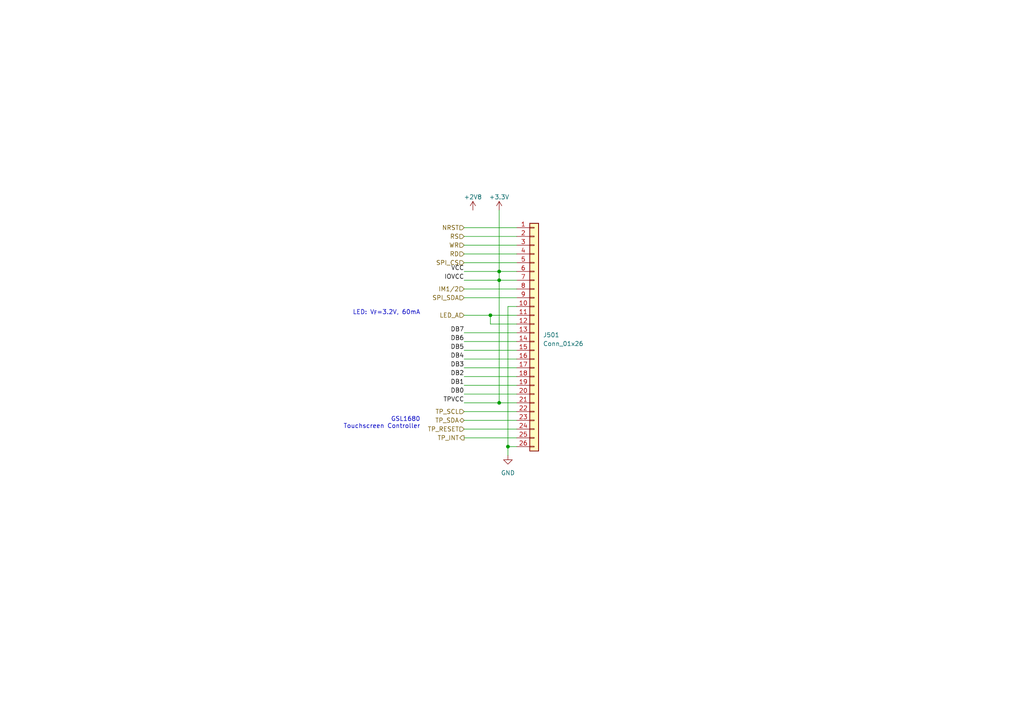
<source format=kicad_sch>
(kicad_sch (version 20230121) (generator eeschema)
  (paper "A4")
  (lib_symbols
    (symbol "Connector_Generic:Conn_01x26" (pin_names (offset 1.016) hide)
      (property "Reference" "J" (at 0 33.02 0))
      (property "Value" "Conn_01x26" (at 0 -35.56 0))
      (symbol "Conn_01x26_1_1"
        (rectangle (start -1.27 -32.893) (end 0 -33.147) (stroke (width 0.1524)))
        (rectangle (start -1.27 -30.353) (end 0 -30.607) (stroke (width 0.1524)))
        (rectangle (start -1.27 -27.813) (end 0 -28.067) (stroke (width 0.1524)))
        (rectangle (start -1.27 -25.273) (end 0 -25.527) (stroke (width 0.1524)))
        (rectangle (start -1.27 -22.733) (end 0 -22.987) (stroke (width 0.1524)))
        (rectangle (start -1.27 -20.193) (end 0 -20.447) (stroke (width 0.1524)))
        (rectangle (start -1.27 -17.653) (end 0 -17.907) (stroke (width 0.1524)))
        (rectangle (start -1.27 -15.113) (end 0 -15.367) (stroke (width 0.1524)))
        (rectangle (start -1.27 -12.573) (end 0 -12.827) (stroke (width 0.1524)))
        (rectangle (start -1.27 -10.033) (end 0 -10.287) (stroke (width 0.1524)))
        (rectangle (start -1.27 -7.493) (end 0 -7.747) (stroke (width 0.1524)))
        (rectangle (start -1.27 -4.953) (end 0 -5.207) (stroke (width 0.1524)))
        (rectangle (start -1.27 -2.413) (end 0 -2.667) (stroke (width 0.1524)))
        (rectangle (start -1.27 0.127) (end 0 -0.127) (stroke (width 0.1524)))
        (rectangle (start -1.27 2.667) (end 0 2.413) (stroke (width 0.1524)))
        (rectangle (start -1.27 5.207) (end 0 4.953) (stroke (width 0.1524)))
        (rectangle (start -1.27 7.747) (end 0 7.493) (stroke (width 0.1524)))
        (rectangle (start -1.27 10.287) (end 0 10.033) (stroke (width 0.1524)))
        (rectangle (start -1.27 12.827) (end 0 12.573) (stroke (width 0.1524)))
        (rectangle (start -1.27 15.367) (end 0 15.113) (stroke (width 0.1524)))
        (rectangle (start -1.27 17.907) (end 0 17.653) (stroke (width 0.1524)))
        (rectangle (start -1.27 20.447) (end 0 20.193) (stroke (width 0.1524)))
        (rectangle (start -1.27 22.987) (end 0 22.733) (stroke (width 0.1524)))
        (rectangle (start -1.27 25.527) (end 0 25.273) (stroke (width 0.1524)))
        (rectangle (start -1.27 28.067) (end 0 27.813) (stroke (width 0.1524)))
        (rectangle (start -1.27 30.607) (end 0 30.353) (stroke (width 0.1524)))
        (rectangle (start -1.27 31.75) (end 1.27 -34.29) (stroke (width 0.254)) (fill (type background)))
        (pin passive line (at -5.08 30.48 0) (length 3.81) (name "Pin_1") (number "1"))
        (pin passive line (at -5.08 7.62 0) (length 3.81) (name "Pin_10") (number "10"))
        (pin passive line (at -5.08 5.08 0) (length 3.81) (name "Pin_11") (number "11"))
        (pin passive line (at -5.08 2.54 0) (length 3.81) (name "Pin_12") (number "12"))
        (pin passive line (at -5.08 0 0) (length 3.81) (name "Pin_13") (number "13"))
        (pin passive line (at -5.08 -2.54 0) (length 3.81) (name "Pin_14") (number "14"))
        (pin passive line (at -5.08 -5.08 0) (length 3.81) (name "Pin_15") (number "15"))
        (pin passive line (at -5.08 -7.62 0) (length 3.81) (name "Pin_16") (number "16"))
        (pin passive line (at -5.08 -10.16 0) (length 3.81) (name "Pin_17") (number "17"))
        (pin passive line (at -5.08 -12.7 0) (length 3.81) (name "Pin_18") (number "18"))
        (pin passive line (at -5.08 -15.24 0) (length 3.81) (name "Pin_19") (number "19"))
        (pin passive line (at -5.08 27.94 0) (length 3.81) (name "Pin_2") (number "2"))
        (pin passive line (at -5.08 -17.78 0) (length 3.81) (name "Pin_20") (number "20"))
        (pin passive line (at -5.08 -20.32 0) (length 3.81) (name "Pin_21") (number "21"))
        (pin passive line (at -5.08 -22.86 0) (length 3.81) (name "Pin_22") (number "22"))
        (pin passive line (at -5.08 -25.4 0) (length 3.81) (name "Pin_23") (number "23"))
        (pin passive line (at -5.08 -27.94 0) (length 3.81) (name "Pin_24") (number "24"))
        (pin passive line (at -5.08 -30.48 0) (length 3.81) (name "Pin_25") (number "25"))
        (pin passive line (at -5.08 -33.02 0) (length 3.81) (name "Pin_26") (number "26"))
        (pin passive line (at -5.08 25.4 0) (length 3.81) (name "Pin_3") (number "3"))
        (pin passive line (at -5.08 22.86 0) (length 3.81) (name "Pin_4") (number "4"))
        (pin passive line (at -5.08 20.32 0) (length 3.81) (name "Pin_5") (number "5"))
        (pin passive line (at -5.08 17.78 0) (length 3.81) (name "Pin_6") (number "6"))
        (pin passive line (at -5.08 15.24 0) (length 3.81) (name "Pin_7") (number "7"))
        (pin passive line (at -5.08 12.7 0) (length 3.81) (name "Pin_8") (number "8"))
        (pin passive line (at -5.08 10.16 0) (length 3.81) (name "Pin_9") (number "9"))
      )
    )
    (symbol "power:+2V8" (power) (pin_names (offset 0))
      (property "Value" "+2V8" (at 0 3.556 0))
      (symbol "+2V8_0_1"
        (polyline (pts (xy -0.762 1.27) (xy 0 2.54)))
        (polyline (pts (xy 0 0) (xy 0 2.54)))
        (polyline (pts (xy 0 2.54) (xy 0.762 1.27)))
      )
      (symbol "+2V8_1_1"
        (pin power_in line (at 0 0 90) (length 0) hide (name "+2V8") (number "1"))
      )
    )
    (symbol "power:+3.3V" (power) (pin_names (offset 0))
      (property "Value" "+3.3V" (at 0 3.556 0))
      (symbol "+3.3V_0_1"
        (polyline (pts (xy -0.762 1.27) (xy 0 2.54)))
        (polyline (pts (xy 0 0) (xy 0 2.54)))
        (polyline (pts (xy 0 2.54) (xy 0.762 1.27)))
      )
      (symbol "+3.3V_1_1"
        (pin power_in line (at 0 0 90) (length 0) hide (name "+3.3V") (number "1"))
      )
    )
    (symbol "power:GND" (power) (pin_names (offset 0))
      (property "Value" "GND" (at 0 -3.81 0))
      (symbol "GND_0_1"
        (polyline (pts (xy 0 0) (xy 0 -1.27) (xy 1.27 -1.27) (xy 0 -2.54) (xy -1.27 -1.27) (xy 0 -1.27)))
      )
      (symbol "GND_1_1"
        (pin power_in line (at 0 0 270) (length 0) hide (name "GND") (number "1"))
      )
    )
  )
  (junction (at 144.78 78.74))
  (junction (at 142.24 91.44))
  (junction (at 144.78 81.28))
  (junction (at 144.78 116.84))
  (junction (at 147.32 129.54))
  (wire (pts (xy 134.62 81.28) (xy 144.78 81.28)))
  (wire (pts (xy 142.24 93.98) (xy 149.86 93.98)))
  (wire (pts (xy 134.62 78.74) (xy 144.78 78.74)))
  (wire (pts (xy 134.62 101.6) (xy 149.86 101.6)))
  (wire (pts (xy 134.62 116.84) (xy 144.78 116.84)))
  (wire (pts (xy 134.62 76.2) (xy 149.86 76.2)))
  (wire (pts (xy 144.78 81.28) (xy 144.78 78.74)))
  (wire (pts (xy 144.78 116.84) (xy 149.86 116.84)))
  (wire (pts (xy 134.62 106.68) (xy 149.86 106.68)))
  (wire (pts (xy 134.62 83.82) (xy 149.86 83.82)))
  (wire (pts (xy 149.86 88.9) (xy 147.32 88.9)))
  (wire (pts (xy 134.62 104.14) (xy 149.86 104.14)))
  (wire (pts (xy 144.78 81.28) (xy 144.78 116.84)))
  (wire (pts (xy 134.62 68.58) (xy 149.86 68.58)))
  (wire (pts (xy 134.62 73.66) (xy 149.86 73.66)))
  (wire (pts (xy 134.62 99.06) (xy 149.86 99.06)))
  (wire (pts (xy 134.62 96.52) (xy 149.86 96.52)))
  (wire (pts (xy 144.78 78.74) (xy 149.86 78.74)))
  (wire (pts (xy 134.62 71.12) (xy 149.86 71.12)))
  (wire (pts (xy 134.62 109.22) (xy 149.86 109.22)))
  (wire (pts (xy 144.78 78.74) (xy 144.78 60.96)))
  (wire (pts (xy 147.32 129.54) (xy 149.86 129.54)))
  (wire (pts (xy 134.62 86.36) (xy 149.86 86.36)))
  (wire (pts (xy 134.62 111.76) (xy 149.86 111.76)))
  (wire (pts (xy 147.32 88.9) (xy 147.32 129.54)))
  (wire (pts (xy 134.62 66.04) (xy 149.86 66.04)))
  (wire (pts (xy 134.62 91.44) (xy 142.24 91.44)))
  (wire (pts (xy 134.62 121.92) (xy 149.86 121.92)))
  (wire (pts (xy 134.62 119.38) (xy 149.86 119.38)))
  (wire (pts (xy 134.62 127) (xy 149.86 127)))
  (wire (pts (xy 144.78 81.28) (xy 149.86 81.28)))
  (wire (pts (xy 147.32 129.54) (xy 147.32 132.08)))
  (wire (pts (xy 142.24 91.44) (xy 149.86 91.44)))
  (wire (pts (xy 142.24 91.44) (xy 142.24 93.98)))
  (wire (pts (xy 134.62 124.46) (xy 149.86 124.46)))
  (wire (pts (xy 134.62 114.3) (xy 149.86 114.3)))
  (text "LED: V_{F}=3.2V, 60mA" (at 121.92 91.44 0) (effects (font (size 1.27 1.27)) (justify right bottom)))
  (text "GSL1680\nTouchscreen Controller" (at 121.92 124.46 0) (effects (font (size 1.27 1.27)) (justify right bottom)))
  (label "DB4" (at 134.62 104.14 180))
  (label "TPVCC" (at 134.62 116.84 180))
  (label "IOVCC" (at 134.62 81.28 180))
  (label "DB6" (at 134.62 99.06 180))
  (label "DB3" (at 134.62 106.68 180))
  (label "DB1" (at 134.62 111.76 180))
  (label "DB7" (at 134.62 96.52 180))
  (label "DB2" (at 134.62 109.22 180))
  (label "DB0" (at 134.62 114.3 180))
  (label "VCC" (at 134.62 78.74 180))
  (label "DB5" (at 134.62 101.6 180))
  (hierarchical_label "IM1{slash}2" (shape input) (at 134.62 83.82 180))
  (hierarchical_label "SPI_CS" (shape input) (at 134.62 76.2 180))
  (hierarchical_label "NRST" (shape input) (at 134.62 66.04 180))
  (hierarchical_label "TP_SCL" (shape input) (at 134.62 119.38 180))
  (hierarchical_label "LED_A" (shape input) (at 134.62 91.44 180))
  (hierarchical_label "TP_RESET" (shape input) (at 134.62 124.46 180))
  (hierarchical_label "TP_SDA" (shape bidirectional) (at 134.62 121.92 180))
  (hierarchical_label "SPI_SDA" (shape input) (at 134.62 86.36 180))
  (hierarchical_label "RD" (shape input) (at 134.62 73.66 180))
  (hierarchical_label "TP_INT" (shape output) (at 134.62 127 180))
  (hierarchical_label "WR" (shape input) (at 134.62 71.12 180))
  (hierarchical_label "RS" (shape input) (at 134.62 68.58 180))
  (symbol (lib_id "power:GND") (at 147.32 132.08 0) (unit 1)
    (property "Reference" "#PWR0501" (effects hide))
    (property "Value" "GND" (at 147.32 137.16 0))
  )
  (symbol (lib_id "power:+3.3V") (at 144.78 60.96 0) (unit 1)
    (property "Reference" "#PWR0502" (effects hide))
    (property "Value" "+3.3V" (at 144.78 57.15 0))
  )
  (symbol (lib_id "power:+2V8") (at 137.16 60.96 0) (unit 1)
    (property "Reference" "#PWR0503" (effects hide))
    (property "Value" "+2V8" (at 137.16 57.15 0))
  )
  (symbol (lib_id "Connector_Generic:Conn_01x26") (at 154.94 96.52 0) (unit 1)
    (property "Reference" "J501" (at 157.48 97.155 0) (effects (justify left)))
    (property "Value" "Conn_01x26" (at 157.48 99.695 0) (effects (justify left)))
  )
)
</source>
